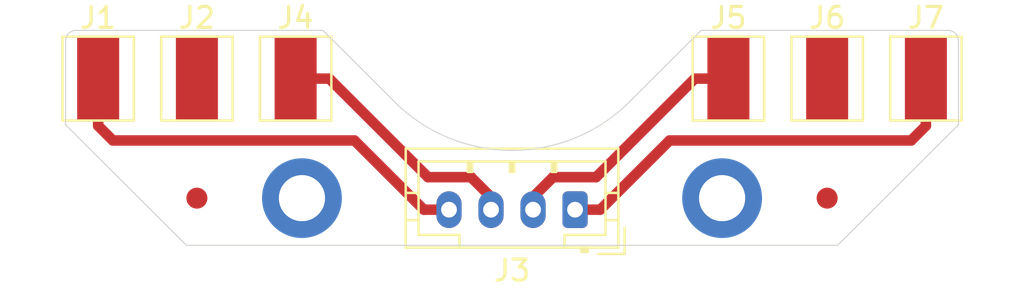
<source format=kicad_pcb>
(kicad_pcb (version 20211014) (generator pcbnew)
  (title_block (title "Index - Ring Light") (date "2021-09-14") (rev "04"))
  (layers (0 "F.Cu" signal) (31 "B.Cu" signal) (34 "B.Paste" user) (35 "F.Paste" user) (36 "B.SilkS" user "B.Silkscreen") (37 "F.SilkS" user "F.Silkscreen") (38 "B.Mask" user) (39 "F.Mask" user) (44 "Edge.Cuts" user))
  (net 0 "")
  (net 1 "Net-(J3-Pad2)")
  (net 2 "Net-(J1-Pad1)")
  (net 3 "Net-(J3-Pad1)")
  (net 5 "Net-(J3-Pad3)")
  (footprint "Fiducial:Fiducial_1mm_Mask2mm" (layer "F.Cu") (at 165 100)
    (fp_text reference "FID2" hide)
    (fp_text value "Fiducial")
    (pad "" smd circle (at 0 0) (size 1 1) (layers "F.Cu" "F.Mask") (clearance 0.5))
  )
  (footprint "TestPoint:TestPoint_Pad_3.0x3.0mm" (layer "F.Cu") (at 160.3 93.8)
    (fp_text reference "J5" (at 0 -2.398) (layer "F.SilkS"))
    (fp_text value "Conn_01x01")
    (fp_line (start -1.7 -1.5) (end 1.7 -1.5) (layer "F.SilkS") (width 0.12))
    (fp_line (start -1.7 2.5) (end -1.7 -1.5) (layer "F.SilkS") (width 0.12))
    (fp_line (start 1.7 2.5) (end -1.7 2.5) (layer "F.SilkS") (width 0.12))
    (fp_line (start 1.7 -1.5) (end 1.7 2.5) (layer "F.SilkS") (width 0.12))
    (pad "1" smd rect (at 0 0.5) (size 2 4) (layers "F.Cu" "F.Mask") (net 1 "Net-(J3-Pad2)"))
  )
  (footprint "Fiducial:Fiducial_1mm_Mask2mm" (layer "F.Cu") (at 135 100)
    (fp_text reference "FID1" hide)
    (fp_text value "Fiducial")
    (pad "" smd circle (at 0 0) (size 1 1) (layers "F.Cu" "F.Mask") (clearance 0.5))
  )
  (footprint "TestPoint:TestPoint_Pad_3.0x3.0mm" (layer "F.Cu") (at 169.7 93.8)
    (fp_text reference "J7" (at 0 -2.398) (layer "F.SilkS"))
    (fp_text value "Conn_01x01")
    (fp_line (start 1.7 2.5) (end -1.7 2.5) (layer "F.SilkS") (width 0.12))
    (fp_line (start -1.7 -1.5) (end 1.7 -1.5) (layer "F.SilkS") (width 0.12))
    (fp_line (start -1.7 2.5) (end -1.7 -1.5) (layer "F.SilkS") (width 0.12))
    (fp_line (start 1.7 -1.5) (end 1.7 2.5) (layer "F.SilkS") (width 0.12))
    (pad "1" smd rect (at 0 0.5) (size 2 4) (layers "F.Cu" "F.Mask") (net 3 "Net-(J3-Pad1)"))
  )
  (footprint "TestPoint:TestPoint_Pad_3.0x3.0mm" (layer "F.Cu") (at 139.7 93.8)
    (fp_text reference "J4" (at 0 -2.398) (layer "F.SilkS"))
    (fp_text value "Conn_01x01")
    (fp_line (start -1.7 -1.5) (end 1.7 -1.5) (layer "F.SilkS") (width 0.12))
    (fp_line (start 1.7 2.5) (end -1.7 2.5) (layer "F.SilkS") (width 0.12))
    (fp_line (start -1.7 2.5) (end -1.7 -1.5) (layer "F.SilkS") (width 0.12))
    (fp_line (start 1.7 -1.5) (end 1.7 2.5) (layer "F.SilkS") (width 0.12))
    (pad "1" smd rect (at 0 0.5) (size 2 4) (layers "F.Cu" "F.Mask") (net 5 "Net-(J3-Pad3)"))
  )
  (footprint "Connector_JST:JST_PH_B4B-PH-K_1x04_P2.00mm_Vertical" (layer "F.Cu") (at 153 100.55 180)
    (fp_text reference "J3" (at 3 -2.9) (layer "F.SilkS"))
    (fp_text value "Conn_01x04")
    (fp_line (start -1.11 -2.11) (end -2.36 -2.11) (layer "F.SilkS") (width 0.12))
    (fp_line (start -0.6 -2.01) (end -0.6 -1.81) (layer "F.SilkS") (width 0.12))
    (fp_line (start 4.9 1.8) (end 5.1 1.8) (layer "F.SilkS") (width 0.12))
    (fp_line (start 8.06 -1.81) (end -2.06 -1.81) (layer "F.SilkS") (width 0.12))
    (fp_line (start 2.9 1.8) (end 3.1 1.8) (layer "F.SilkS") (width 0.12))
    (fp_line (start -2.06 -0.5) (end -1.45 -0.5) (layer "F.SilkS") (width 0.12))
    (fp_line (start 5.1 1.8) (end 5.1 2.3) (layer "F.SilkS") (width 0.12))
    (fp_line (start 0.9 1.8) (end 1.1 1.8) (layer "F.SilkS") (width 0.12))
    (fp_line (start 4.9 2.3) (end 4.9 1.8) (layer "F.SilkS") (width 0.12))
    (fp_line (start -0.3 -1.81) (end -0.3 -2.01) (layer "F.SilkS") (width 0.12))
    (fp_line (start -0.3 -2.01) (end -0.6 -2.01) (layer "F.SilkS") (width 0.12))
    (fp_line (start 5.5 -1.2) (end 5.5 -1.81) (layer "F.SilkS") (width 0.12))
    (fp_line (start -1.45 -1.2) (end -1.45 2.3) (layer "F.SilkS") (width 0.12))
    (fp_line (start 7.45 -1.2) (end 5.5 -1.2) (layer "F.SilkS") (width 0.12))
    (fp_line (start 8.06 2.91) (end 8.06 -1.81) (layer "F.SilkS") (width 0.12))
    (fp_line (start 1.1 1.8) (end 1.1 2.3) (layer "F.SilkS") (width 0.12))
    (fp_line (start 0.5 -1.2) (end -1.45 -1.2) (layer "F.SilkS") (width 0.12))
    (fp_line (start 3 2.3) (end 3 1.8) (layer "F.SilkS") (width 0.12))
    (fp_line (start 0.9 2.3) (end 0.9 1.8) (layer "F.SilkS") (width 0.12))
    (fp_line (start -2.06 2.91) (end 8.06 2.91) (layer "F.SilkS") (width 0.12))
    (fp_line (start 8.06 -0.5) (end 7.45 -0.5) (layer "F.SilkS") (width 0.12))
    (fp_line (start 1 2.3) (end 1 1.8) (layer "F.SilkS") (width 0.12))
    (fp_line (start 7.45 2.3) (end 7.45 -1.2) (layer "F.SilkS") (width 0.12))
    (fp_line (start 0.5 -1.81) (end 0.5 -1.2) (layer "F.SilkS") (width 0.12))
    (fp_line (start -0.3 -1.91) (end -0.6 -1.91) (layer "F.SilkS") (width 0.12))
    (fp_line (start -2.06 -1.81) (end -2.06 2.91) (layer "F.SilkS") (width 0.12))
    (fp_line (start 2.9 2.3) (end 2.9 1.8) (layer "F.SilkS") (width 0.12))
    (fp_line (start -2.06 0.8) (end -1.45 0.8) (layer "F.SilkS") (width 0.12))
    (fp_line (start 8.06 0.8) (end 7.45 0.8) (layer "F.SilkS") (width 0.12))
    (fp_line (start -2.36 -2.11) (end -2.36 -0.86) (layer "F.SilkS") (width 0.12))
    (fp_line (start 5 2.3) (end 5 1.8) (layer "F.SilkS") (width 0.12))
    (fp_line (start -1.45 2.3) (end 7.45 2.3) (layer "F.SilkS") (width 0.12))
    (fp_line (start 3.1 1.8) (end 3.1 2.3) (layer "F.SilkS") (width 0.12))
    (pad "1" thru_hole roundrect (at 0 0 180) (size 1.2 1.75) (drill 0.75) (layers *.Cu *.Mask) (roundrect_rratio 0.2083333333) (net 3 "Net-(J3-Pad1)"))
    (pad "2" thru_hole oval (at 2 0 180) (size 1.2 1.75) (drill 0.75) (layers *.Cu *.Mask) (net 1 "Net-(J3-Pad2)"))
    (pad "3" thru_hole oval (at 4 0 180) (size 1.2 1.75) (drill 0.75) (layers *.Cu *.Mask) (net 5 "Net-(J3-Pad3)"))
    (pad "4" thru_hole oval (at 6 0 180) (size 1.2 1.75) (drill 0.75) (layers *.Cu *.Mask) (net 2 "Net-(J1-Pad1)"))
  )
  (footprint "TestPoint:TestPoint_Pad_3.0x3.0mm" (layer "F.Cu") (at 135 93.8)
    (fp_text reference "J2" (at 0 -2.398) (layer "F.SilkS"))
    (fp_text value "Conn_01x01")
    (fp_line (start 1.7 2.5) (end -1.7 2.5) (layer "F.SilkS") (width 0.12))
    (fp_line (start -1.7 2.5) (end -1.7 -1.5) (layer "F.SilkS") (width 0.12))
    (fp_line (start 1.7 -1.5) (end 1.7 2.5) (layer "F.SilkS") (width 0.12))
    (fp_line (start -1.7 -1.5) (end 1.7 -1.5) (layer "F.SilkS") (width 0.12))
    (pad "1" smd rect (at 0 0.5) (size 2 4) (layers "F.Cu" "F.Mask"))
  )
  (footprint "TestPoint:TestPoint_Pad_3.0x3.0mm" (layer "F.Cu") (at 130.3 93.8)
    (fp_text reference "J1" (at 0 -2.398) (layer "F.SilkS"))
    (fp_text value "Conn_01x01")
    (fp_line (start 1.7 -1.5) (end 1.7 2.5) (layer "F.SilkS") (width 0.12))
    (fp_line (start 1.7 2.5) (end -1.7 2.5) (layer "F.SilkS") (width 0.12))
    (fp_line (start -1.7 -1.5) (end 1.7 -1.5) (layer "F.SilkS") (width 0.12))
    (fp_line (start -1.7 2.5) (end -1.7 -1.5) (layer "F.SilkS") (width 0.12))
    (pad "1" smd rect (at 0 0.5) (size 2 4) (layers "F.Cu" "F.Mask") (net 2 "Net-(J1-Pad1)"))
  )
  (footprint "TestPoint:TestPoint_Pad_3.0x3.0mm" (layer "F.Cu") (at 165 94.3)
    (fp_text reference "J6" (at 0 -2.9) (layer "F.SilkS"))
    (fp_text value "Conn_01x01")
    (fp_line (start -1.7 -2) (end 1.7 -2) (layer "F.SilkS") (width 0.12))
    (fp_line (start 1.7 2) (end -1.7 2) (layer "F.SilkS") (width 0.12))
    (fp_line (start 1.7 -2) (end 1.7 2) (layer "F.SilkS") (width 0.12))
    (fp_line (start -1.7 2) (end -1.7 -2) (layer "F.SilkS") (width 0.12))
    (pad "1" smd rect (at 0 0) (size 2 4) (layers "F.Cu" "F.Mask"))
  )
  (footprint "MountingHole:MountingHole_2.2mm_M2_DIN965_Pad_TopOnly" (layer "B.Cu") (at 160 100 180)
    (fp_text reference "H2" hide)
    (fp_text value "MountingHole")
    (pad "1" thru_hole circle (at 0 0 180) (size 2.6 2.6) (drill 2.2) (layers *.Cu *.Mask))
    (pad "1" connect circle (at 0 0 180) (size 3.8 3.8) (layers "B.Cu" "B.Mask"))
  )
  (footprint "MountingHole:MountingHole_2.2mm_M2_DIN965_Pad_TopOnly" (layer "B.Cu") (at 140 100 180)
    (fp_text reference "H1" hide)
    (fp_text value "MountingHole")
    (pad "1" thru_hole circle (at 0 0 180) (size 2.6 2.6) (drill 2.2) (layers *.Cu *.Mask))
    (pad "1" connect circle (at 0 0 180) (size 3.8 3.8) (layers "B.Cu" "B.Mask"))
  )
  (gr_line (start 170.75 92) (end 159 92) (layer "Edge.Cuts") (width 0.05))
  (gr_line (start 128.75 96.5) (end 134.5 102.25) (layer "Edge.Cuts") (width 0.05))
  (gr_arc (start 155.5 95.5) (mid 150 97.71862) (end 144.5 95.5) (layer "Edge.Cuts") (width 0.05))
  (gr_line (start 171.25 96.5) (end 171.25 92.5) (layer "Edge.Cuts") (width 0.05))
  (gr_line (start 155.5 95.5) (end 159 92) (layer "Edge.Cuts") (width 0.05))
  (gr_line (start 128.75 96.5) (end 128.75 92.5) (layer "Edge.Cuts") (width 0.05))
  (gr_arc (start 128.75 92.5) (mid 128.896447 92.146447) (end 129.25 92) (layer "Edge.Cuts") (width 0.05))
  (gr_line (start 129.25 92) (end 141 92) (layer "Edge.Cuts") (width 0.05))
  (gr_line (start 165.5 102.25) (end 171.25 96.5) (layer "Edge.Cuts") (width 0.05))
  (gr_arc (start 170.75 92) (mid 171.103553 92.146447) (end 171.25 92.5) (layer "Edge.Cuts") (width 0.05))
  (gr_line (start 141 92) (end 144.5 95.5) (layer "Edge.Cuts") (width 0.05))
  (gr_line (start 134.5 102.25) (end 165.5 102.25) (layer "Edge.Cuts") (width 0.05))
  (segment (start 154 99) (end 158.7 94.3) (width 0.5) (layer "F.Cu") (net 1))
  (segment (start 151 99.95) (end 151.95 99) (width 0.5) (layer "F.Cu") (net 1))
  (segment (start 154 99) (end 151.95 99) (width 0.5) (layer "F.Cu") (net 1))
  (segment (start 158.7 94.3) (end 160.3 94.3) (width 0.5) (layer "F.Cu") (net 1))
  (segment (start 142.5 97.25) (end 145.8 100.55) (width 0.5) (layer "F.Cu") (net 2))
  (segment (start 130.3 96.55) (end 131 97.25) (width 0.5) (layer "F.Cu") (net 2))
  (segment (start 145.8 100.55) (end 147 100.55) (width 0.5) (layer "F.Cu") (net 2))
  (segment (start 131 97.25) (end 142.5 97.25) (width 0.5) (layer "F.Cu") (net 2))
  (segment (start 130.3 94.3) (end 130.3 96.55) (width 0.5) (layer "F.Cu") (net 2))
  (segment (start 157.5 97.25) (end 169 97.25) (width 0.5) (layer "F.Cu") (net 3))
  (segment (start 153 100.55) (end 154.2 100.55) (width 0.5) (layer "F.Cu") (net 3))
  (segment (start 169 97.25) (end 169.7 96.55) (width 0.5) (layer "F.Cu") (net 3))
  (segment (start 154.2 100.55) (end 157.5 97.25) (width 0.5) (layer "F.Cu") (net 3))
  (segment (start 169.7 96.55) (end 169.7 94.3) (width 0.5) (layer "F.Cu") (net 3))
  (segment (start 146 99) (end 141.3 94.3) (width 0.5) (layer "F.Cu") (net 5))
  (segment (start 141.3 94.3) (end 139.7 94.3) (width 0.5) (layer "F.Cu") (net 5))
  (segment (start 149 99.95) (end 148.05 99) (width 0.5) (layer "F.Cu") (net 5))
  (segment (start 148.05 99) (end 146 99) (width 0.5) (layer "F.Cu") (net 5))
)
</source>
